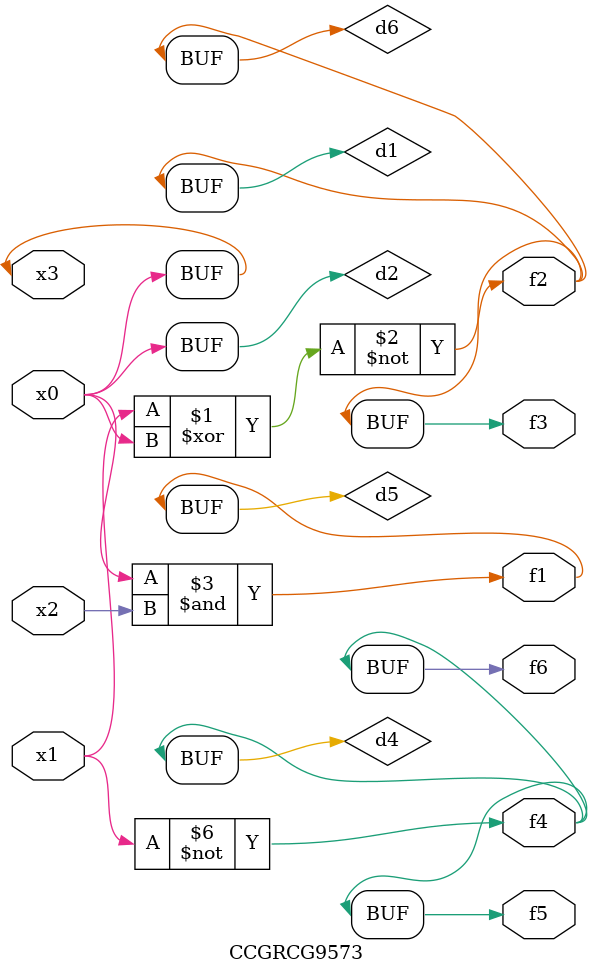
<source format=v>
module CCGRCG9573(
	input x0, x1, x2, x3,
	output f1, f2, f3, f4, f5, f6
);

	wire d1, d2, d3, d4, d5, d6;

	xnor (d1, x1, x3);
	buf (d2, x0, x3);
	nand (d3, x0, x2);
	not (d4, x1);
	nand (d5, d3);
	or (d6, d1);
	assign f1 = d5;
	assign f2 = d6;
	assign f3 = d6;
	assign f4 = d4;
	assign f5 = d4;
	assign f6 = d4;
endmodule

</source>
